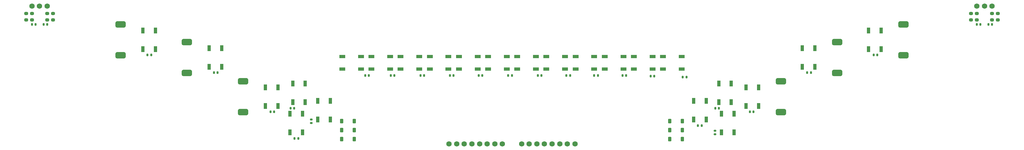
<source format=gbr>
%TF.GenerationSoftware,KiCad,Pcbnew,7.0.9-7.0.9~ubuntu22.04.1*%
%TF.CreationDate,2023-12-27T20:48:07-05:00*%
%TF.ProjectId,GT-Wheel-RevLight,47542d57-6865-4656-9c2d-5265764c6967,rev?*%
%TF.SameCoordinates,Original*%
%TF.FileFunction,Soldermask,Top*%
%TF.FilePolarity,Negative*%
%FSLAX46Y46*%
G04 Gerber Fmt 4.6, Leading zero omitted, Abs format (unit mm)*
G04 Created by KiCad (PCBNEW 7.0.9-7.0.9~ubuntu22.04.1) date 2023-12-27 20:48:07*
%MOMM*%
%LPD*%
G01*
G04 APERTURE LIST*
G04 Aperture macros list*
%AMRoundRect*
0 Rectangle with rounded corners*
0 $1 Rounding radius*
0 $2 $3 $4 $5 $6 $7 $8 $9 X,Y pos of 4 corners*
0 Add a 4 corners polygon primitive as box body*
4,1,4,$2,$3,$4,$5,$6,$7,$8,$9,$2,$3,0*
0 Add four circle primitives for the rounded corners*
1,1,$1+$1,$2,$3*
1,1,$1+$1,$4,$5*
1,1,$1+$1,$6,$7*
1,1,$1+$1,$8,$9*
0 Add four rect primitives between the rounded corners*
20,1,$1+$1,$2,$3,$4,$5,0*
20,1,$1+$1,$4,$5,$6,$7,0*
20,1,$1+$1,$6,$7,$8,$9,0*
20,1,$1+$1,$8,$9,$2,$3,0*%
G04 Aperture macros list end*
%ADD10RoundRect,0.425000X0.925000X0.425000X-0.925000X0.425000X-0.925000X-0.425000X0.925000X-0.425000X0*%
%ADD11R,1.500000X0.900000*%
%ADD12RoundRect,0.225000X-0.225000X-0.375000X0.225000X-0.375000X0.225000X0.375000X-0.225000X0.375000X0*%
%ADD13R,0.900000X1.500000*%
%ADD14RoundRect,0.140000X-0.140000X-0.170000X0.140000X-0.170000X0.140000X0.170000X-0.140000X0.170000X0*%
%ADD15C,1.400000*%
%ADD16RoundRect,0.200000X0.275000X-0.200000X0.275000X0.200000X-0.275000X0.200000X-0.275000X-0.200000X0*%
%ADD17RoundRect,0.140000X0.140000X0.170000X-0.140000X0.170000X-0.140000X-0.170000X0.140000X-0.170000X0*%
%ADD18RoundRect,0.225000X0.225000X0.375000X-0.225000X0.375000X-0.225000X-0.375000X0.225000X-0.375000X0*%
%ADD19RoundRect,0.140000X-0.170000X0.140000X-0.170000X-0.140000X0.170000X-0.140000X0.170000X0.140000X0*%
%ADD20RoundRect,0.140000X0.170000X-0.140000X0.170000X0.140000X-0.170000X0.140000X-0.170000X-0.140000X0*%
G04 APERTURE END LIST*
D10*
%TO.C,SW5*%
X232755643Y-80667849D03*
X232755643Y-72567849D03*
%TD*%
%TO.C,SW6*%
X250142308Y-76009106D03*
X250142308Y-67909106D03*
%TD*%
D11*
%TO.C,D15*%
X123297002Y-79659112D03*
X123297002Y-76359112D03*
X118397002Y-76359112D03*
X118397002Y-79659112D03*
%TD*%
D12*
%TO.C,D2*%
X102974275Y-93380738D03*
X106274275Y-93380738D03*
%TD*%
D13*
%TO.C,D29*%
X223605643Y-79067849D03*
X226905643Y-79067849D03*
X226905643Y-74167849D03*
X223605643Y-74167849D03*
%TD*%
D14*
%TO.C,C9*%
X90614275Y-97980738D03*
X91574275Y-97980738D03*
%TD*%
D15*
%TO.C,WP18*%
X139074275Y-99380738D03*
%TD*%
D11*
%TO.C,D21*%
X169115184Y-79659112D03*
X169115184Y-76359112D03*
X164215184Y-76359112D03*
X164215184Y-79659112D03*
%TD*%
D16*
%TO.C,R4*%
X267824275Y-66705738D03*
X267824275Y-65055738D03*
%TD*%
D14*
%TO.C,C26*%
X209894275Y-90980738D03*
X210854275Y-90980738D03*
%TD*%
D10*
%TO.C,SW4*%
X218010906Y-90992225D03*
X218010906Y-82892225D03*
%TD*%
D13*
%TO.C,D7*%
X50856242Y-74409106D03*
X54156242Y-74409106D03*
X54156242Y-69509106D03*
X50856242Y-69509106D03*
%TD*%
D15*
%TO.C,WP1*%
X271324275Y-63130738D03*
%TD*%
D14*
%TO.C,C1*%
X52094275Y-75980738D03*
X53054275Y-75980738D03*
%TD*%
D15*
%TO.C,WP5*%
X162074275Y-99380738D03*
%TD*%
%TO.C,WP2*%
X269324275Y-63130738D03*
%TD*%
%TO.C,WP16*%
X143074275Y-99380738D03*
%TD*%
D14*
%TO.C,C2*%
X138824275Y-81380738D03*
X139784275Y-81380738D03*
%TD*%
D15*
%TO.C,WP10*%
X158074275Y-99380738D03*
%TD*%
D14*
%TO.C,C17*%
X123574275Y-81380738D03*
X124534275Y-81380738D03*
%TD*%
%TO.C,C20*%
X269324275Y-67880738D03*
X270284275Y-67880738D03*
%TD*%
D17*
%TO.C,C21*%
X25824275Y-67880738D03*
X24864275Y-67880738D03*
%TD*%
D16*
%TO.C,R7*%
X27324275Y-66705738D03*
X27324275Y-65055738D03*
%TD*%
D13*
%TO.C,D12*%
X96670751Y-92996271D03*
X99970751Y-92996271D03*
X99970751Y-88096271D03*
X96670751Y-88096271D03*
%TD*%
D15*
%TO.C,WP17*%
X141074275Y-99380738D03*
%TD*%
D14*
%TO.C,C3*%
X69494275Y-80580738D03*
X70454275Y-80580738D03*
%TD*%
%TO.C,C12*%
X176494275Y-81380738D03*
X177454275Y-81380738D03*
%TD*%
D11*
%TO.C,D23*%
X184387911Y-79659112D03*
X184387911Y-76359112D03*
X179487911Y-76359112D03*
X179487911Y-79659112D03*
%TD*%
D13*
%TO.C,D11*%
X89432419Y-96371561D03*
X92732419Y-96371561D03*
X92732419Y-91471561D03*
X89432419Y-91471561D03*
%TD*%
D11*
%TO.C,D24*%
X192024275Y-79659112D03*
X192024275Y-76359112D03*
X187124275Y-76359112D03*
X187124275Y-79659112D03*
%TD*%
D16*
%TO.C,R5*%
X21824275Y-66705738D03*
X21824275Y-65055738D03*
%TD*%
D14*
%TO.C,C14*%
X183894275Y-81580738D03*
X184854275Y-81580738D03*
%TD*%
%TO.C,C27*%
X224894275Y-80580738D03*
X225854275Y-80580738D03*
%TD*%
D11*
%TO.C,D13*%
X108024275Y-79659112D03*
X108024275Y-76359112D03*
X103124275Y-76359112D03*
X103124275Y-79659112D03*
%TD*%
D14*
%TO.C,C10*%
X169094275Y-81380738D03*
X170054275Y-81380738D03*
%TD*%
D15*
%TO.C,WP12*%
X154074275Y-99380738D03*
%TD*%
D13*
%TO.C,D10*%
X90128498Y-88415337D03*
X93428498Y-88415337D03*
X93428498Y-83515337D03*
X90128498Y-83515337D03*
%TD*%
D15*
%TO.C,WP14*%
X150074275Y-99380738D03*
%TD*%
D11*
%TO.C,D17*%
X138569730Y-79659112D03*
X138569730Y-76359112D03*
X133669730Y-76359112D03*
X133669730Y-79659112D03*
%TD*%
D14*
%TO.C,C6*%
X154324275Y-81380738D03*
X155284275Y-81380738D03*
%TD*%
D15*
%TO.C,WP3*%
X273324275Y-63130738D03*
%TD*%
D13*
%TO.C,D26*%
X195177799Y-92996271D03*
X198477799Y-92996271D03*
X198477799Y-88096271D03*
X195177799Y-88096271D03*
%TD*%
%TO.C,D8*%
X68242907Y-79067849D03*
X71542907Y-79067849D03*
X71542907Y-74167849D03*
X68242907Y-74167849D03*
%TD*%
D18*
%TO.C,D6*%
X192174275Y-95780738D03*
X188874275Y-95780738D03*
%TD*%
D13*
%TO.C,D27*%
X202416131Y-96371561D03*
X205716131Y-96371561D03*
X205716131Y-91471561D03*
X202416131Y-91471561D03*
%TD*%
D15*
%TO.C,WP20*%
X135074275Y-99380738D03*
%TD*%
%TO.C,WP6*%
X23824275Y-63130738D03*
%TD*%
%TO.C,WP8*%
X25824275Y-63130738D03*
%TD*%
D13*
%TO.C,D9*%
X82987644Y-89392225D03*
X86287644Y-89392225D03*
X86287644Y-84492225D03*
X82987644Y-84492225D03*
%TD*%
D19*
%TO.C,C11*%
X94974275Y-92980738D03*
X94974275Y-93940738D03*
%TD*%
D13*
%TO.C,D28*%
X208860906Y-89392225D03*
X212160906Y-89392225D03*
X212160906Y-84492225D03*
X208860906Y-84492225D03*
%TD*%
D14*
%TO.C,C16*%
X192294275Y-81780738D03*
X193254275Y-81780738D03*
%TD*%
D18*
%TO.C,D4*%
X192174275Y-98180738D03*
X188874275Y-98180738D03*
%TD*%
D10*
%TO.C,SW3*%
X77137644Y-90992225D03*
X77137644Y-82892225D03*
%TD*%
%TO.C,SW1*%
X45006242Y-76009106D03*
X45006242Y-67909106D03*
%TD*%
D14*
%TO.C,C22*%
X21824275Y-67880738D03*
X22784275Y-67880738D03*
%TD*%
%TO.C,C13*%
X109094275Y-81380738D03*
X110054275Y-81380738D03*
%TD*%
D15*
%TO.C,WP22*%
X131074275Y-99380738D03*
%TD*%
D11*
%TO.C,D18*%
X146206093Y-79659112D03*
X146206093Y-76359112D03*
X141306093Y-76359112D03*
X141306093Y-79659112D03*
%TD*%
D15*
%TO.C,WP7*%
X21824275Y-63130738D03*
%TD*%
%TO.C,WP15*%
X145074275Y-99380738D03*
%TD*%
D14*
%TO.C,C4*%
X146574275Y-81380738D03*
X147534275Y-81380738D03*
%TD*%
D10*
%TO.C,SW2*%
X62392907Y-80667849D03*
X62392907Y-72567849D03*
%TD*%
D12*
%TO.C,D3*%
X102974275Y-98180738D03*
X106274275Y-98180738D03*
%TD*%
D18*
%TO.C,D5*%
X192174275Y-93380738D03*
X188874275Y-93380738D03*
%TD*%
D16*
%TO.C,R2*%
X273324275Y-66705738D03*
X273324275Y-65055738D03*
%TD*%
D20*
%TO.C,C25*%
X200774275Y-96860738D03*
X200774275Y-95900738D03*
%TD*%
D14*
%TO.C,C19*%
X131324275Y-81380738D03*
X132284275Y-81380738D03*
%TD*%
D16*
%TO.C,R6*%
X25824275Y-66705738D03*
X25824275Y-65055738D03*
%TD*%
D13*
%TO.C,D30*%
X240992308Y-74409106D03*
X244292308Y-74409106D03*
X244292308Y-69509106D03*
X240992308Y-69509106D03*
%TD*%
D14*
%TO.C,C15*%
X115824275Y-81380738D03*
X116784275Y-81380738D03*
%TD*%
D15*
%TO.C,WP11*%
X156074275Y-99380738D03*
%TD*%
%TO.C,WP19*%
X137074275Y-99380738D03*
%TD*%
D16*
%TO.C,R3*%
X274824275Y-66705738D03*
X274824275Y-65055738D03*
%TD*%
D15*
%TO.C,WP4*%
X164074275Y-99380738D03*
%TD*%
D14*
%TO.C,C28*%
X242294275Y-75980738D03*
X243254275Y-75980738D03*
%TD*%
D13*
%TO.C,D25*%
X201720052Y-88415337D03*
X205020052Y-88415337D03*
X205020052Y-83515337D03*
X201720052Y-83515337D03*
%TD*%
D17*
%TO.C,C18*%
X273324275Y-67880738D03*
X272364275Y-67880738D03*
%TD*%
D15*
%TO.C,WP13*%
X152074275Y-99380738D03*
%TD*%
D14*
%TO.C,C8*%
X161824275Y-81380738D03*
X162784275Y-81380738D03*
%TD*%
D12*
%TO.C,D1*%
X102974275Y-95780738D03*
X106274275Y-95780738D03*
%TD*%
D11*
%TO.C,D22*%
X176751548Y-79659112D03*
X176751548Y-76359112D03*
X171851548Y-76359112D03*
X171851548Y-79659112D03*
%TD*%
%TO.C,D19*%
X153842457Y-79659112D03*
X153842457Y-76359112D03*
X148942457Y-76359112D03*
X148942457Y-79659112D03*
%TD*%
D15*
%TO.C,WP9*%
X160074275Y-99380738D03*
%TD*%
D14*
%TO.C,C24*%
X196294275Y-94580738D03*
X197254275Y-94580738D03*
%TD*%
D11*
%TO.C,D14*%
X115660639Y-79659112D03*
X115660639Y-76359112D03*
X110760639Y-76359112D03*
X110760639Y-79659112D03*
%TD*%
%TO.C,D16*%
X130933366Y-79659112D03*
X130933366Y-76359112D03*
X126033366Y-76359112D03*
X126033366Y-79659112D03*
%TD*%
D15*
%TO.C,WP21*%
X133074275Y-99380738D03*
%TD*%
D16*
%TO.C,R8*%
X20324275Y-66705738D03*
X20324275Y-65055738D03*
%TD*%
D11*
%TO.C,D20*%
X161478820Y-79659112D03*
X161478820Y-76359112D03*
X156578820Y-76359112D03*
X156578820Y-79659112D03*
%TD*%
D16*
%TO.C,R1*%
X269324275Y-66705738D03*
X269324275Y-65055738D03*
%TD*%
D17*
%TO.C,C23*%
X201774275Y-89980738D03*
X200814275Y-89980738D03*
%TD*%
D14*
%TO.C,C7*%
X89574275Y-89980738D03*
X90534275Y-89980738D03*
%TD*%
%TO.C,C5*%
X84294275Y-90980738D03*
X85254275Y-90980738D03*
%TD*%
M02*

</source>
